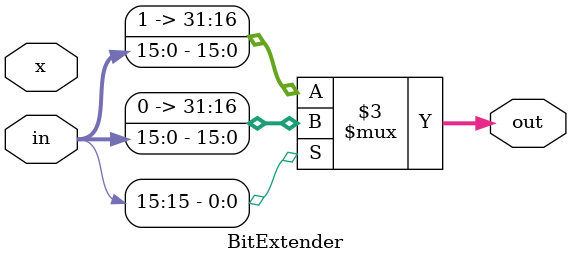
<source format=v>
module BitExtender (
    input x, //! If x==0, do sign extend, else do zero extend
    input [15:0] in, //! Input value (16 bits)
    output [31:0] out //! Extended output value (32 bits)
);

always @(*) begin
    if(in[15])
        out = {16'h0000,in};
    else
        out = {16'hFFFF,in};
end

endmodule


</source>
